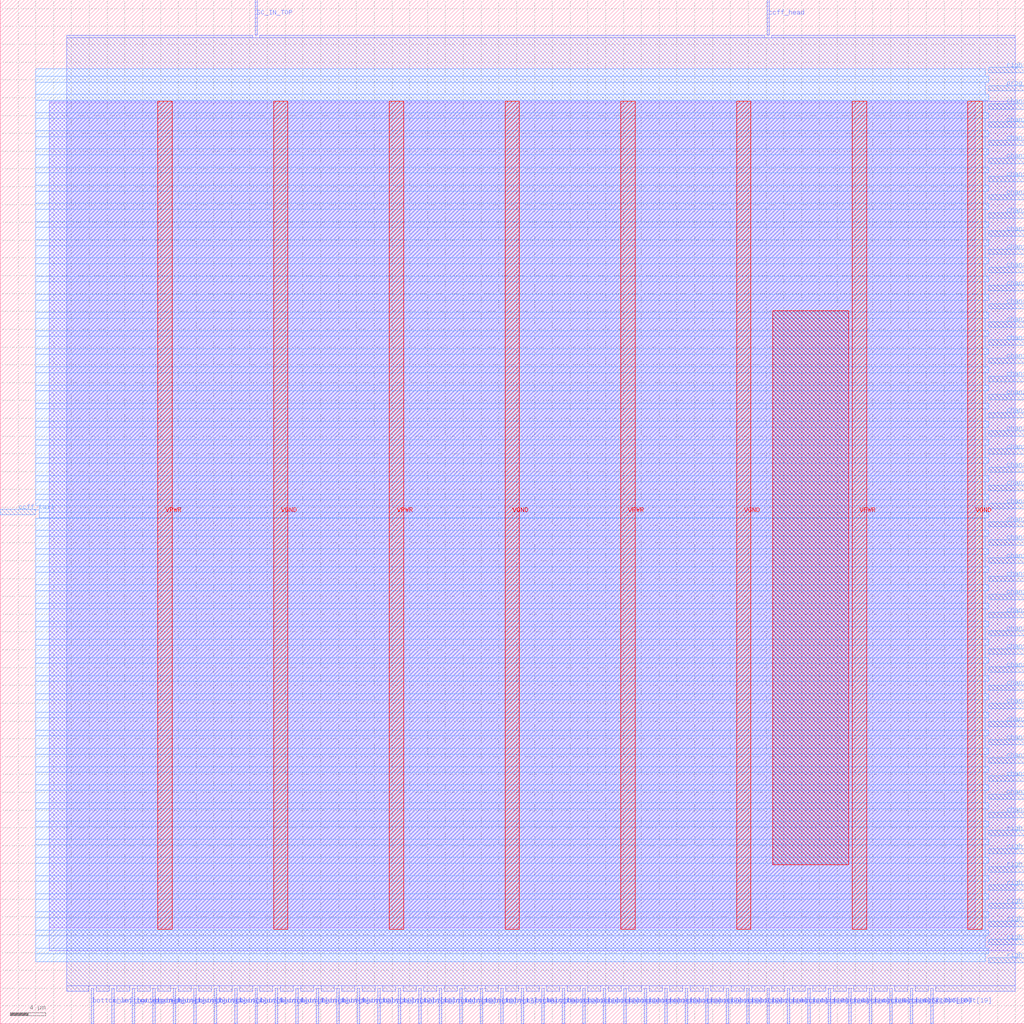
<source format=lef>
VERSION 5.7 ;
  NOWIREEXTENSIONATPIN ON ;
  DIVIDERCHAR "/" ;
  BUSBITCHARS "[]" ;
MACRO sb_0__2_
  CLASS BLOCK ;
  FOREIGN sb_0__2_ ;
  ORIGIN 0.000 0.000 ;
  SIZE 115.000 BY 115.000 ;
  PIN SC_IN_TOP
    DIRECTION INPUT ;
    USE SIGNAL ;
    PORT
      LAYER met2 ;
        RECT 28.610 111.000 28.890 115.000 ;
    END
  END SC_IN_TOP
  PIN SC_OUT_BOT
    DIRECTION OUTPUT TRISTATE ;
    USE SIGNAL ;
    PORT
      LAYER met2 ;
        RECT 104.510 0.000 104.790 4.000 ;
    END
  END SC_OUT_BOT
  PIN VGND
    DIRECTION INOUT ;
    USE GROUND ;
    PORT
      LAYER met4 ;
        RECT 30.710 10.640 32.310 103.600 ;
    END
    PORT
      LAYER met4 ;
        RECT 56.700 10.640 58.300 103.600 ;
    END
    PORT
      LAYER met4 ;
        RECT 82.690 10.640 84.290 103.600 ;
    END
    PORT
      LAYER met4 ;
        RECT 108.680 10.640 110.280 103.600 ;
    END
  END VGND
  PIN VPWR
    DIRECTION INOUT ;
    USE POWER ;
    PORT
      LAYER met4 ;
        RECT 17.715 10.640 19.315 103.600 ;
    END
    PORT
      LAYER met4 ;
        RECT 43.705 10.640 45.305 103.600 ;
    END
    PORT
      LAYER met4 ;
        RECT 69.695 10.640 71.295 103.600 ;
    END
    PORT
      LAYER met4 ;
        RECT 95.685 10.640 97.285 103.600 ;
    END
  END VPWR
  PIN bottom_left_grid_pin_1_
    DIRECTION INPUT ;
    USE SIGNAL ;
    PORT
      LAYER met2 ;
        RECT 10.210 0.000 10.490 4.000 ;
    END
  END bottom_left_grid_pin_1_
  PIN ccff_head
    DIRECTION INPUT ;
    USE SIGNAL ;
    PORT
      LAYER met2 ;
        RECT 86.110 111.000 86.390 115.000 ;
    END
  END ccff_head
  PIN ccff_tail
    DIRECTION OUTPUT TRISTATE ;
    USE SIGNAL ;
    PORT
      LAYER met3 ;
        RECT 0.000 57.160 4.000 57.760 ;
    END
  END ccff_tail
  PIN chanx_right_in[0]
    DIRECTION INPUT ;
    USE SIGNAL ;
    PORT
      LAYER met3 ;
        RECT 111.000 23.160 115.000 23.760 ;
    END
  END chanx_right_in[0]
  PIN chanx_right_in[10]
    DIRECTION INPUT ;
    USE SIGNAL ;
    PORT
      LAYER met3 ;
        RECT 111.000 43.560 115.000 44.160 ;
    END
  END chanx_right_in[10]
  PIN chanx_right_in[11]
    DIRECTION INPUT ;
    USE SIGNAL ;
    PORT
      LAYER met3 ;
        RECT 111.000 45.600 115.000 46.200 ;
    END
  END chanx_right_in[11]
  PIN chanx_right_in[12]
    DIRECTION INPUT ;
    USE SIGNAL ;
    PORT
      LAYER met3 ;
        RECT 111.000 47.640 115.000 48.240 ;
    END
  END chanx_right_in[12]
  PIN chanx_right_in[13]
    DIRECTION INPUT ;
    USE SIGNAL ;
    PORT
      LAYER met3 ;
        RECT 111.000 49.680 115.000 50.280 ;
    END
  END chanx_right_in[13]
  PIN chanx_right_in[14]
    DIRECTION INPUT ;
    USE SIGNAL ;
    PORT
      LAYER met3 ;
        RECT 111.000 51.720 115.000 52.320 ;
    END
  END chanx_right_in[14]
  PIN chanx_right_in[15]
    DIRECTION INPUT ;
    USE SIGNAL ;
    PORT
      LAYER met3 ;
        RECT 111.000 53.760 115.000 54.360 ;
    END
  END chanx_right_in[15]
  PIN chanx_right_in[16]
    DIRECTION INPUT ;
    USE SIGNAL ;
    PORT
      LAYER met3 ;
        RECT 111.000 55.800 115.000 56.400 ;
    END
  END chanx_right_in[16]
  PIN chanx_right_in[17]
    DIRECTION INPUT ;
    USE SIGNAL ;
    PORT
      LAYER met3 ;
        RECT 111.000 57.840 115.000 58.440 ;
    END
  END chanx_right_in[17]
  PIN chanx_right_in[18]
    DIRECTION INPUT ;
    USE SIGNAL ;
    PORT
      LAYER met3 ;
        RECT 111.000 59.880 115.000 60.480 ;
    END
  END chanx_right_in[18]
  PIN chanx_right_in[19]
    DIRECTION INPUT ;
    USE SIGNAL ;
    PORT
      LAYER met3 ;
        RECT 111.000 61.920 115.000 62.520 ;
    END
  END chanx_right_in[19]
  PIN chanx_right_in[1]
    DIRECTION INPUT ;
    USE SIGNAL ;
    PORT
      LAYER met3 ;
        RECT 111.000 25.200 115.000 25.800 ;
    END
  END chanx_right_in[1]
  PIN chanx_right_in[2]
    DIRECTION INPUT ;
    USE SIGNAL ;
    PORT
      LAYER met3 ;
        RECT 111.000 27.240 115.000 27.840 ;
    END
  END chanx_right_in[2]
  PIN chanx_right_in[3]
    DIRECTION INPUT ;
    USE SIGNAL ;
    PORT
      LAYER met3 ;
        RECT 111.000 29.280 115.000 29.880 ;
    END
  END chanx_right_in[3]
  PIN chanx_right_in[4]
    DIRECTION INPUT ;
    USE SIGNAL ;
    PORT
      LAYER met3 ;
        RECT 111.000 31.320 115.000 31.920 ;
    END
  END chanx_right_in[4]
  PIN chanx_right_in[5]
    DIRECTION INPUT ;
    USE SIGNAL ;
    PORT
      LAYER met3 ;
        RECT 111.000 33.360 115.000 33.960 ;
    END
  END chanx_right_in[5]
  PIN chanx_right_in[6]
    DIRECTION INPUT ;
    USE SIGNAL ;
    PORT
      LAYER met3 ;
        RECT 111.000 35.400 115.000 36.000 ;
    END
  END chanx_right_in[6]
  PIN chanx_right_in[7]
    DIRECTION INPUT ;
    USE SIGNAL ;
    PORT
      LAYER met3 ;
        RECT 111.000 37.440 115.000 38.040 ;
    END
  END chanx_right_in[7]
  PIN chanx_right_in[8]
    DIRECTION INPUT ;
    USE SIGNAL ;
    PORT
      LAYER met3 ;
        RECT 111.000 39.480 115.000 40.080 ;
    END
  END chanx_right_in[8]
  PIN chanx_right_in[9]
    DIRECTION INPUT ;
    USE SIGNAL ;
    PORT
      LAYER met3 ;
        RECT 111.000 41.520 115.000 42.120 ;
    END
  END chanx_right_in[9]
  PIN chanx_right_out[0]
    DIRECTION OUTPUT TRISTATE ;
    USE SIGNAL ;
    PORT
      LAYER met3 ;
        RECT 111.000 63.960 115.000 64.560 ;
    END
  END chanx_right_out[0]
  PIN chanx_right_out[10]
    DIRECTION OUTPUT TRISTATE ;
    USE SIGNAL ;
    PORT
      LAYER met3 ;
        RECT 111.000 84.360 115.000 84.960 ;
    END
  END chanx_right_out[10]
  PIN chanx_right_out[11]
    DIRECTION OUTPUT TRISTATE ;
    USE SIGNAL ;
    PORT
      LAYER met3 ;
        RECT 111.000 86.400 115.000 87.000 ;
    END
  END chanx_right_out[11]
  PIN chanx_right_out[12]
    DIRECTION OUTPUT TRISTATE ;
    USE SIGNAL ;
    PORT
      LAYER met3 ;
        RECT 111.000 88.440 115.000 89.040 ;
    END
  END chanx_right_out[12]
  PIN chanx_right_out[13]
    DIRECTION OUTPUT TRISTATE ;
    USE SIGNAL ;
    PORT
      LAYER met3 ;
        RECT 111.000 90.480 115.000 91.080 ;
    END
  END chanx_right_out[13]
  PIN chanx_right_out[14]
    DIRECTION OUTPUT TRISTATE ;
    USE SIGNAL ;
    PORT
      LAYER met3 ;
        RECT 111.000 92.520 115.000 93.120 ;
    END
  END chanx_right_out[14]
  PIN chanx_right_out[15]
    DIRECTION OUTPUT TRISTATE ;
    USE SIGNAL ;
    PORT
      LAYER met3 ;
        RECT 111.000 94.560 115.000 95.160 ;
    END
  END chanx_right_out[15]
  PIN chanx_right_out[16]
    DIRECTION OUTPUT TRISTATE ;
    USE SIGNAL ;
    PORT
      LAYER met3 ;
        RECT 111.000 96.600 115.000 97.200 ;
    END
  END chanx_right_out[16]
  PIN chanx_right_out[17]
    DIRECTION OUTPUT TRISTATE ;
    USE SIGNAL ;
    PORT
      LAYER met3 ;
        RECT 111.000 98.640 115.000 99.240 ;
    END
  END chanx_right_out[17]
  PIN chanx_right_out[18]
    DIRECTION OUTPUT TRISTATE ;
    USE SIGNAL ;
    PORT
      LAYER met3 ;
        RECT 111.000 100.680 115.000 101.280 ;
    END
  END chanx_right_out[18]
  PIN chanx_right_out[19]
    DIRECTION OUTPUT TRISTATE ;
    USE SIGNAL ;
    PORT
      LAYER met3 ;
        RECT 111.000 102.720 115.000 103.320 ;
    END
  END chanx_right_out[19]
  PIN chanx_right_out[1]
    DIRECTION OUTPUT TRISTATE ;
    USE SIGNAL ;
    PORT
      LAYER met3 ;
        RECT 111.000 66.000 115.000 66.600 ;
    END
  END chanx_right_out[1]
  PIN chanx_right_out[2]
    DIRECTION OUTPUT TRISTATE ;
    USE SIGNAL ;
    PORT
      LAYER met3 ;
        RECT 111.000 68.040 115.000 68.640 ;
    END
  END chanx_right_out[2]
  PIN chanx_right_out[3]
    DIRECTION OUTPUT TRISTATE ;
    USE SIGNAL ;
    PORT
      LAYER met3 ;
        RECT 111.000 70.080 115.000 70.680 ;
    END
  END chanx_right_out[3]
  PIN chanx_right_out[4]
    DIRECTION OUTPUT TRISTATE ;
    USE SIGNAL ;
    PORT
      LAYER met3 ;
        RECT 111.000 72.120 115.000 72.720 ;
    END
  END chanx_right_out[4]
  PIN chanx_right_out[5]
    DIRECTION OUTPUT TRISTATE ;
    USE SIGNAL ;
    PORT
      LAYER met3 ;
        RECT 111.000 74.160 115.000 74.760 ;
    END
  END chanx_right_out[5]
  PIN chanx_right_out[6]
    DIRECTION OUTPUT TRISTATE ;
    USE SIGNAL ;
    PORT
      LAYER met3 ;
        RECT 111.000 76.200 115.000 76.800 ;
    END
  END chanx_right_out[6]
  PIN chanx_right_out[7]
    DIRECTION OUTPUT TRISTATE ;
    USE SIGNAL ;
    PORT
      LAYER met3 ;
        RECT 111.000 78.240 115.000 78.840 ;
    END
  END chanx_right_out[7]
  PIN chanx_right_out[8]
    DIRECTION OUTPUT TRISTATE ;
    USE SIGNAL ;
    PORT
      LAYER met3 ;
        RECT 111.000 80.280 115.000 80.880 ;
    END
  END chanx_right_out[8]
  PIN chanx_right_out[9]
    DIRECTION OUTPUT TRISTATE ;
    USE SIGNAL ;
    PORT
      LAYER met3 ;
        RECT 111.000 82.320 115.000 82.920 ;
    END
  END chanx_right_out[9]
  PIN chany_bottom_in[0]
    DIRECTION INPUT ;
    USE SIGNAL ;
    PORT
      LAYER met2 ;
        RECT 12.510 0.000 12.790 4.000 ;
    END
  END chany_bottom_in[0]
  PIN chany_bottom_in[10]
    DIRECTION INPUT ;
    USE SIGNAL ;
    PORT
      LAYER met2 ;
        RECT 35.510 0.000 35.790 4.000 ;
    END
  END chany_bottom_in[10]
  PIN chany_bottom_in[11]
    DIRECTION INPUT ;
    USE SIGNAL ;
    PORT
      LAYER met2 ;
        RECT 37.810 0.000 38.090 4.000 ;
    END
  END chany_bottom_in[11]
  PIN chany_bottom_in[12]
    DIRECTION INPUT ;
    USE SIGNAL ;
    PORT
      LAYER met2 ;
        RECT 40.110 0.000 40.390 4.000 ;
    END
  END chany_bottom_in[12]
  PIN chany_bottom_in[13]
    DIRECTION INPUT ;
    USE SIGNAL ;
    PORT
      LAYER met2 ;
        RECT 42.410 0.000 42.690 4.000 ;
    END
  END chany_bottom_in[13]
  PIN chany_bottom_in[14]
    DIRECTION INPUT ;
    USE SIGNAL ;
    PORT
      LAYER met2 ;
        RECT 44.710 0.000 44.990 4.000 ;
    END
  END chany_bottom_in[14]
  PIN chany_bottom_in[15]
    DIRECTION INPUT ;
    USE SIGNAL ;
    PORT
      LAYER met2 ;
        RECT 47.010 0.000 47.290 4.000 ;
    END
  END chany_bottom_in[15]
  PIN chany_bottom_in[16]
    DIRECTION INPUT ;
    USE SIGNAL ;
    PORT
      LAYER met2 ;
        RECT 49.310 0.000 49.590 4.000 ;
    END
  END chany_bottom_in[16]
  PIN chany_bottom_in[17]
    DIRECTION INPUT ;
    USE SIGNAL ;
    PORT
      LAYER met2 ;
        RECT 51.610 0.000 51.890 4.000 ;
    END
  END chany_bottom_in[17]
  PIN chany_bottom_in[18]
    DIRECTION INPUT ;
    USE SIGNAL ;
    PORT
      LAYER met2 ;
        RECT 53.910 0.000 54.190 4.000 ;
    END
  END chany_bottom_in[18]
  PIN chany_bottom_in[19]
    DIRECTION INPUT ;
    USE SIGNAL ;
    PORT
      LAYER met2 ;
        RECT 56.210 0.000 56.490 4.000 ;
    END
  END chany_bottom_in[19]
  PIN chany_bottom_in[1]
    DIRECTION INPUT ;
    USE SIGNAL ;
    PORT
      LAYER met2 ;
        RECT 14.810 0.000 15.090 4.000 ;
    END
  END chany_bottom_in[1]
  PIN chany_bottom_in[2]
    DIRECTION INPUT ;
    USE SIGNAL ;
    PORT
      LAYER met2 ;
        RECT 17.110 0.000 17.390 4.000 ;
    END
  END chany_bottom_in[2]
  PIN chany_bottom_in[3]
    DIRECTION INPUT ;
    USE SIGNAL ;
    PORT
      LAYER met2 ;
        RECT 19.410 0.000 19.690 4.000 ;
    END
  END chany_bottom_in[3]
  PIN chany_bottom_in[4]
    DIRECTION INPUT ;
    USE SIGNAL ;
    PORT
      LAYER met2 ;
        RECT 21.710 0.000 21.990 4.000 ;
    END
  END chany_bottom_in[4]
  PIN chany_bottom_in[5]
    DIRECTION INPUT ;
    USE SIGNAL ;
    PORT
      LAYER met2 ;
        RECT 24.010 0.000 24.290 4.000 ;
    END
  END chany_bottom_in[5]
  PIN chany_bottom_in[6]
    DIRECTION INPUT ;
    USE SIGNAL ;
    PORT
      LAYER met2 ;
        RECT 26.310 0.000 26.590 4.000 ;
    END
  END chany_bottom_in[6]
  PIN chany_bottom_in[7]
    DIRECTION INPUT ;
    USE SIGNAL ;
    PORT
      LAYER met2 ;
        RECT 28.610 0.000 28.890 4.000 ;
    END
  END chany_bottom_in[7]
  PIN chany_bottom_in[8]
    DIRECTION INPUT ;
    USE SIGNAL ;
    PORT
      LAYER met2 ;
        RECT 30.910 0.000 31.190 4.000 ;
    END
  END chany_bottom_in[8]
  PIN chany_bottom_in[9]
    DIRECTION INPUT ;
    USE SIGNAL ;
    PORT
      LAYER met2 ;
        RECT 33.210 0.000 33.490 4.000 ;
    END
  END chany_bottom_in[9]
  PIN chany_bottom_out[0]
    DIRECTION OUTPUT TRISTATE ;
    USE SIGNAL ;
    PORT
      LAYER met2 ;
        RECT 58.510 0.000 58.790 4.000 ;
    END
  END chany_bottom_out[0]
  PIN chany_bottom_out[10]
    DIRECTION OUTPUT TRISTATE ;
    USE SIGNAL ;
    PORT
      LAYER met2 ;
        RECT 81.510 0.000 81.790 4.000 ;
    END
  END chany_bottom_out[10]
  PIN chany_bottom_out[11]
    DIRECTION OUTPUT TRISTATE ;
    USE SIGNAL ;
    PORT
      LAYER met2 ;
        RECT 83.810 0.000 84.090 4.000 ;
    END
  END chany_bottom_out[11]
  PIN chany_bottom_out[12]
    DIRECTION OUTPUT TRISTATE ;
    USE SIGNAL ;
    PORT
      LAYER met2 ;
        RECT 86.110 0.000 86.390 4.000 ;
    END
  END chany_bottom_out[12]
  PIN chany_bottom_out[13]
    DIRECTION OUTPUT TRISTATE ;
    USE SIGNAL ;
    PORT
      LAYER met2 ;
        RECT 88.410 0.000 88.690 4.000 ;
    END
  END chany_bottom_out[13]
  PIN chany_bottom_out[14]
    DIRECTION OUTPUT TRISTATE ;
    USE SIGNAL ;
    PORT
      LAYER met2 ;
        RECT 90.710 0.000 90.990 4.000 ;
    END
  END chany_bottom_out[14]
  PIN chany_bottom_out[15]
    DIRECTION OUTPUT TRISTATE ;
    USE SIGNAL ;
    PORT
      LAYER met2 ;
        RECT 93.010 0.000 93.290 4.000 ;
    END
  END chany_bottom_out[15]
  PIN chany_bottom_out[16]
    DIRECTION OUTPUT TRISTATE ;
    USE SIGNAL ;
    PORT
      LAYER met2 ;
        RECT 95.310 0.000 95.590 4.000 ;
    END
  END chany_bottom_out[16]
  PIN chany_bottom_out[17]
    DIRECTION OUTPUT TRISTATE ;
    USE SIGNAL ;
    PORT
      LAYER met2 ;
        RECT 97.610 0.000 97.890 4.000 ;
    END
  END chany_bottom_out[17]
  PIN chany_bottom_out[18]
    DIRECTION OUTPUT TRISTATE ;
    USE SIGNAL ;
    PORT
      LAYER met2 ;
        RECT 99.910 0.000 100.190 4.000 ;
    END
  END chany_bottom_out[18]
  PIN chany_bottom_out[19]
    DIRECTION OUTPUT TRISTATE ;
    USE SIGNAL ;
    PORT
      LAYER met2 ;
        RECT 102.210 0.000 102.490 4.000 ;
    END
  END chany_bottom_out[19]
  PIN chany_bottom_out[1]
    DIRECTION OUTPUT TRISTATE ;
    USE SIGNAL ;
    PORT
      LAYER met2 ;
        RECT 60.810 0.000 61.090 4.000 ;
    END
  END chany_bottom_out[1]
  PIN chany_bottom_out[2]
    DIRECTION OUTPUT TRISTATE ;
    USE SIGNAL ;
    PORT
      LAYER met2 ;
        RECT 63.110 0.000 63.390 4.000 ;
    END
  END chany_bottom_out[2]
  PIN chany_bottom_out[3]
    DIRECTION OUTPUT TRISTATE ;
    USE SIGNAL ;
    PORT
      LAYER met2 ;
        RECT 65.410 0.000 65.690 4.000 ;
    END
  END chany_bottom_out[3]
  PIN chany_bottom_out[4]
    DIRECTION OUTPUT TRISTATE ;
    USE SIGNAL ;
    PORT
      LAYER met2 ;
        RECT 67.710 0.000 67.990 4.000 ;
    END
  END chany_bottom_out[4]
  PIN chany_bottom_out[5]
    DIRECTION OUTPUT TRISTATE ;
    USE SIGNAL ;
    PORT
      LAYER met2 ;
        RECT 70.010 0.000 70.290 4.000 ;
    END
  END chany_bottom_out[5]
  PIN chany_bottom_out[6]
    DIRECTION OUTPUT TRISTATE ;
    USE SIGNAL ;
    PORT
      LAYER met2 ;
        RECT 72.310 0.000 72.590 4.000 ;
    END
  END chany_bottom_out[6]
  PIN chany_bottom_out[7]
    DIRECTION OUTPUT TRISTATE ;
    USE SIGNAL ;
    PORT
      LAYER met2 ;
        RECT 74.610 0.000 74.890 4.000 ;
    END
  END chany_bottom_out[7]
  PIN chany_bottom_out[8]
    DIRECTION OUTPUT TRISTATE ;
    USE SIGNAL ;
    PORT
      LAYER met2 ;
        RECT 76.910 0.000 77.190 4.000 ;
    END
  END chany_bottom_out[8]
  PIN chany_bottom_out[9]
    DIRECTION OUTPUT TRISTATE ;
    USE SIGNAL ;
    PORT
      LAYER met2 ;
        RECT 79.210 0.000 79.490 4.000 ;
    END
  END chany_bottom_out[9]
  PIN prog_clk_0_E_in
    DIRECTION INPUT ;
    USE SIGNAL ;
    PORT
      LAYER met3 ;
        RECT 111.000 104.760 115.000 105.360 ;
    END
  END prog_clk_0_E_in
  PIN right_bottom_grid_pin_34_
    DIRECTION INPUT ;
    USE SIGNAL ;
    PORT
      LAYER met3 ;
        RECT 111.000 6.840 115.000 7.440 ;
    END
  END right_bottom_grid_pin_34_
  PIN right_bottom_grid_pin_35_
    DIRECTION INPUT ;
    USE SIGNAL ;
    PORT
      LAYER met3 ;
        RECT 111.000 8.880 115.000 9.480 ;
    END
  END right_bottom_grid_pin_35_
  PIN right_bottom_grid_pin_36_
    DIRECTION INPUT ;
    USE SIGNAL ;
    PORT
      LAYER met3 ;
        RECT 111.000 10.920 115.000 11.520 ;
    END
  END right_bottom_grid_pin_36_
  PIN right_bottom_grid_pin_37_
    DIRECTION INPUT ;
    USE SIGNAL ;
    PORT
      LAYER met3 ;
        RECT 111.000 12.960 115.000 13.560 ;
    END
  END right_bottom_grid_pin_37_
  PIN right_bottom_grid_pin_38_
    DIRECTION INPUT ;
    USE SIGNAL ;
    PORT
      LAYER met3 ;
        RECT 111.000 15.000 115.000 15.600 ;
    END
  END right_bottom_grid_pin_38_
  PIN right_bottom_grid_pin_39_
    DIRECTION INPUT ;
    USE SIGNAL ;
    PORT
      LAYER met3 ;
        RECT 111.000 17.040 115.000 17.640 ;
    END
  END right_bottom_grid_pin_39_
  PIN right_bottom_grid_pin_40_
    DIRECTION INPUT ;
    USE SIGNAL ;
    PORT
      LAYER met3 ;
        RECT 111.000 19.080 115.000 19.680 ;
    END
  END right_bottom_grid_pin_40_
  PIN right_bottom_grid_pin_41_
    DIRECTION INPUT ;
    USE SIGNAL ;
    PORT
      LAYER met3 ;
        RECT 111.000 21.120 115.000 21.720 ;
    END
  END right_bottom_grid_pin_41_
  PIN right_top_grid_pin_1_
    DIRECTION INPUT ;
    USE SIGNAL ;
    PORT
      LAYER met3 ;
        RECT 111.000 106.800 115.000 107.400 ;
    END
  END right_top_grid_pin_1_
  OBS
      LAYER li1 ;
        RECT 5.520 10.795 109.480 103.445 ;
      LAYER met1 ;
        RECT 5.520 8.200 114.010 103.600 ;
      LAYER met2 ;
        RECT 7.450 110.720 28.330 111.000 ;
        RECT 29.170 110.720 85.830 111.000 ;
        RECT 86.670 110.720 113.980 111.000 ;
        RECT 7.450 4.280 113.980 110.720 ;
        RECT 7.450 3.670 9.930 4.280 ;
        RECT 10.770 3.670 12.230 4.280 ;
        RECT 13.070 3.670 14.530 4.280 ;
        RECT 15.370 3.670 16.830 4.280 ;
        RECT 17.670 3.670 19.130 4.280 ;
        RECT 19.970 3.670 21.430 4.280 ;
        RECT 22.270 3.670 23.730 4.280 ;
        RECT 24.570 3.670 26.030 4.280 ;
        RECT 26.870 3.670 28.330 4.280 ;
        RECT 29.170 3.670 30.630 4.280 ;
        RECT 31.470 3.670 32.930 4.280 ;
        RECT 33.770 3.670 35.230 4.280 ;
        RECT 36.070 3.670 37.530 4.280 ;
        RECT 38.370 3.670 39.830 4.280 ;
        RECT 40.670 3.670 42.130 4.280 ;
        RECT 42.970 3.670 44.430 4.280 ;
        RECT 45.270 3.670 46.730 4.280 ;
        RECT 47.570 3.670 49.030 4.280 ;
        RECT 49.870 3.670 51.330 4.280 ;
        RECT 52.170 3.670 53.630 4.280 ;
        RECT 54.470 3.670 55.930 4.280 ;
        RECT 56.770 3.670 58.230 4.280 ;
        RECT 59.070 3.670 60.530 4.280 ;
        RECT 61.370 3.670 62.830 4.280 ;
        RECT 63.670 3.670 65.130 4.280 ;
        RECT 65.970 3.670 67.430 4.280 ;
        RECT 68.270 3.670 69.730 4.280 ;
        RECT 70.570 3.670 72.030 4.280 ;
        RECT 72.870 3.670 74.330 4.280 ;
        RECT 75.170 3.670 76.630 4.280 ;
        RECT 77.470 3.670 78.930 4.280 ;
        RECT 79.770 3.670 81.230 4.280 ;
        RECT 82.070 3.670 83.530 4.280 ;
        RECT 84.370 3.670 85.830 4.280 ;
        RECT 86.670 3.670 88.130 4.280 ;
        RECT 88.970 3.670 90.430 4.280 ;
        RECT 91.270 3.670 92.730 4.280 ;
        RECT 93.570 3.670 95.030 4.280 ;
        RECT 95.870 3.670 97.330 4.280 ;
        RECT 98.170 3.670 99.630 4.280 ;
        RECT 100.470 3.670 101.930 4.280 ;
        RECT 102.770 3.670 104.230 4.280 ;
        RECT 105.070 3.670 113.980 4.280 ;
      LAYER met3 ;
        RECT 4.000 106.400 110.600 107.265 ;
        RECT 4.000 105.760 111.010 106.400 ;
        RECT 4.000 104.360 110.600 105.760 ;
        RECT 4.000 103.720 111.010 104.360 ;
        RECT 4.000 102.320 110.600 103.720 ;
        RECT 4.000 101.680 111.010 102.320 ;
        RECT 4.000 100.280 110.600 101.680 ;
        RECT 4.000 99.640 111.010 100.280 ;
        RECT 4.000 98.240 110.600 99.640 ;
        RECT 4.000 97.600 111.010 98.240 ;
        RECT 4.000 96.200 110.600 97.600 ;
        RECT 4.000 95.560 111.010 96.200 ;
        RECT 4.000 94.160 110.600 95.560 ;
        RECT 4.000 93.520 111.010 94.160 ;
        RECT 4.000 92.120 110.600 93.520 ;
        RECT 4.000 91.480 111.010 92.120 ;
        RECT 4.000 90.080 110.600 91.480 ;
        RECT 4.000 89.440 111.010 90.080 ;
        RECT 4.000 88.040 110.600 89.440 ;
        RECT 4.000 87.400 111.010 88.040 ;
        RECT 4.000 86.000 110.600 87.400 ;
        RECT 4.000 85.360 111.010 86.000 ;
        RECT 4.000 83.960 110.600 85.360 ;
        RECT 4.000 83.320 111.010 83.960 ;
        RECT 4.000 81.920 110.600 83.320 ;
        RECT 4.000 81.280 111.010 81.920 ;
        RECT 4.000 79.880 110.600 81.280 ;
        RECT 4.000 79.240 111.010 79.880 ;
        RECT 4.000 77.840 110.600 79.240 ;
        RECT 4.000 77.200 111.010 77.840 ;
        RECT 4.000 75.800 110.600 77.200 ;
        RECT 4.000 75.160 111.010 75.800 ;
        RECT 4.000 73.760 110.600 75.160 ;
        RECT 4.000 73.120 111.010 73.760 ;
        RECT 4.000 71.720 110.600 73.120 ;
        RECT 4.000 71.080 111.010 71.720 ;
        RECT 4.000 69.680 110.600 71.080 ;
        RECT 4.000 69.040 111.010 69.680 ;
        RECT 4.000 67.640 110.600 69.040 ;
        RECT 4.000 67.000 111.010 67.640 ;
        RECT 4.000 65.600 110.600 67.000 ;
        RECT 4.000 64.960 111.010 65.600 ;
        RECT 4.000 63.560 110.600 64.960 ;
        RECT 4.000 62.920 111.010 63.560 ;
        RECT 4.000 61.520 110.600 62.920 ;
        RECT 4.000 60.880 111.010 61.520 ;
        RECT 4.000 59.480 110.600 60.880 ;
        RECT 4.000 58.840 111.010 59.480 ;
        RECT 4.000 58.160 110.600 58.840 ;
        RECT 4.400 57.440 110.600 58.160 ;
        RECT 4.400 56.800 111.010 57.440 ;
        RECT 4.400 56.760 110.600 56.800 ;
        RECT 4.000 55.400 110.600 56.760 ;
        RECT 4.000 54.760 111.010 55.400 ;
        RECT 4.000 53.360 110.600 54.760 ;
        RECT 4.000 52.720 111.010 53.360 ;
        RECT 4.000 51.320 110.600 52.720 ;
        RECT 4.000 50.680 111.010 51.320 ;
        RECT 4.000 49.280 110.600 50.680 ;
        RECT 4.000 48.640 111.010 49.280 ;
        RECT 4.000 47.240 110.600 48.640 ;
        RECT 4.000 46.600 111.010 47.240 ;
        RECT 4.000 45.200 110.600 46.600 ;
        RECT 4.000 44.560 111.010 45.200 ;
        RECT 4.000 43.160 110.600 44.560 ;
        RECT 4.000 42.520 111.010 43.160 ;
        RECT 4.000 41.120 110.600 42.520 ;
        RECT 4.000 40.480 111.010 41.120 ;
        RECT 4.000 39.080 110.600 40.480 ;
        RECT 4.000 38.440 111.010 39.080 ;
        RECT 4.000 37.040 110.600 38.440 ;
        RECT 4.000 36.400 111.010 37.040 ;
        RECT 4.000 35.000 110.600 36.400 ;
        RECT 4.000 34.360 111.010 35.000 ;
        RECT 4.000 32.960 110.600 34.360 ;
        RECT 4.000 32.320 111.010 32.960 ;
        RECT 4.000 30.920 110.600 32.320 ;
        RECT 4.000 30.280 111.010 30.920 ;
        RECT 4.000 28.880 110.600 30.280 ;
        RECT 4.000 28.240 111.010 28.880 ;
        RECT 4.000 26.840 110.600 28.240 ;
        RECT 4.000 26.200 111.010 26.840 ;
        RECT 4.000 24.800 110.600 26.200 ;
        RECT 4.000 24.160 111.010 24.800 ;
        RECT 4.000 22.760 110.600 24.160 ;
        RECT 4.000 22.120 111.010 22.760 ;
        RECT 4.000 20.720 110.600 22.120 ;
        RECT 4.000 20.080 111.010 20.720 ;
        RECT 4.000 18.680 110.600 20.080 ;
        RECT 4.000 18.040 111.010 18.680 ;
        RECT 4.000 16.640 110.600 18.040 ;
        RECT 4.000 16.000 111.010 16.640 ;
        RECT 4.000 14.600 110.600 16.000 ;
        RECT 4.000 13.960 111.010 14.600 ;
        RECT 4.000 12.560 110.600 13.960 ;
        RECT 4.000 11.920 111.010 12.560 ;
        RECT 4.000 10.520 110.600 11.920 ;
        RECT 4.000 9.880 111.010 10.520 ;
        RECT 4.000 8.480 110.600 9.880 ;
        RECT 4.000 7.840 111.010 8.480 ;
        RECT 4.000 6.975 110.600 7.840 ;
      LAYER met4 ;
        RECT 86.775 17.855 95.285 80.065 ;
  END
END sb_0__2_
END LIBRARY


</source>
